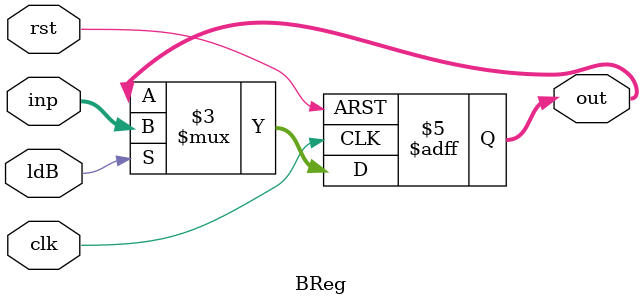
<source format=sv>
`timescale 1ns/1ns

module BReg(input[7:0] inp, input ldB, clk, rst, output reg[7:0] out);
    always @(posedge rst, posedge clk) begin
        if (rst)
            out <= 8'b0;
        else if (ldB)
            out <= inp;
        else
            out <= out;
    end
endmodule
</source>
